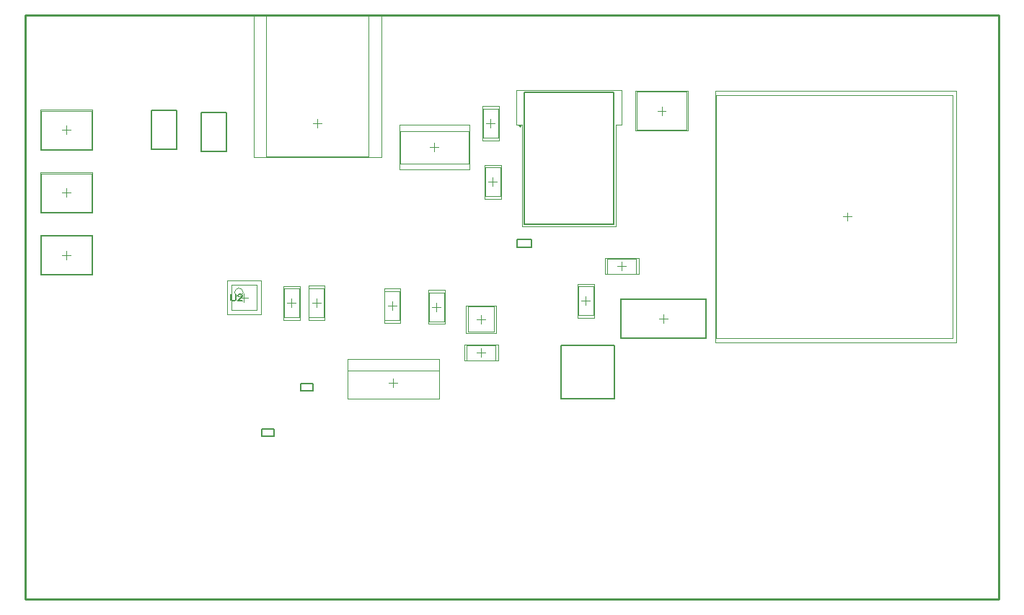
<source format=gm1>
G04*
G04 #@! TF.GenerationSoftware,Altium Limited,Altium Designer,21.0.9 (235)*
G04*
G04 Layer_Color=16711935*
%FSLAX25Y25*%
%MOIN*%
G70*
G04*
G04 #@! TF.SameCoordinates,D1A995C4-E234-4582-B38A-79D50AB79B9C*
G04*
G04*
G04 #@! TF.FilePolarity,Positive*
G04*
G01*
G75*
%ADD11C,0.00787*%
%ADD13C,0.00500*%
%ADD14C,0.01000*%
%ADD15C,0.00630*%
%ADD16C,0.00394*%
%ADD17C,0.00197*%
D11*
X487618Y332618D02*
Y357382D01*
X512382D01*
Y332618D02*
Y357382D01*
X487618Y332618D02*
X512382D01*
X349291Y318772D02*
X354803D01*
Y315228D02*
Y318772D01*
X349291Y315228D02*
X354803D01*
X349291D02*
Y318772D01*
X367244Y339772D02*
X372756D01*
Y336228D02*
Y339772D01*
X367244Y336228D02*
X372756D01*
X367244D02*
Y339772D01*
X467154Y402728D02*
Y406272D01*
Y402728D02*
X473846D01*
Y406272D01*
X467154D02*
X473846D01*
X321252Y446945D02*
X332748D01*
Y465055D01*
X321252D02*
X332748D01*
X321252Y446945D02*
Y465055D01*
X298252Y447945D02*
X309748D01*
Y466055D01*
X298252D02*
X309748D01*
X298252Y447945D02*
Y466055D01*
X468992Y458756D02*
G03*
X468992Y458756I-394J0D01*
G01*
D13*
X470567Y474504D02*
X511905D01*
Y413480D02*
Y474504D01*
X470567Y413480D02*
X511905D01*
X470567D02*
Y474504D01*
D14*
X240000Y510000D02*
X690000D01*
Y240000D02*
Y510000D01*
X240000Y240000D02*
X690000D01*
X240000D02*
Y510000D01*
X690000D01*
Y240000D02*
Y510000D01*
X240000Y240000D02*
X690000D01*
X240000D02*
Y510000D01*
D15*
X335000Y381074D02*
Y378450D01*
X335525Y377925D01*
X336574D01*
X337099Y378450D01*
Y381074D01*
X340248Y377925D02*
X338149D01*
X340248Y380024D01*
Y380549D01*
X339723Y381074D01*
X338673D01*
X338149Y380549D01*
X335000Y381074D02*
Y378450D01*
X335525Y377925D01*
X336574D01*
X337099Y378450D01*
Y381074D01*
X340248Y377925D02*
X338149D01*
X340248Y380024D01*
Y380549D01*
X339723Y381074D01*
X338673D01*
X338149Y380549D01*
D16*
X340606Y381862D02*
G03*
X340606Y381862I-1969J0D01*
G01*
X247386Y465858D02*
X270614D01*
X247386Y448142D02*
Y465858D01*
X270614Y448142D02*
Y465858D01*
X247386Y448142D02*
X270614D01*
X247386Y436858D02*
X270614D01*
X247386Y419142D02*
Y436858D01*
X270614Y419142D02*
Y436858D01*
X247386Y419142D02*
X270614D01*
X559130Y360596D02*
Y473195D01*
X668577Y360596D02*
Y473195D01*
X559130Y360596D02*
X668577D01*
X559130Y473195D02*
X668577D01*
X515323Y360976D02*
X554299D01*
X515323D02*
Y378693D01*
X554299Y360976D02*
Y378693D01*
X515323D02*
X554299D01*
X351299Y444783D02*
X398701D01*
Y509744D01*
X351299D02*
X398701D01*
X351299Y444783D02*
Y509744D01*
X444594Y363594D02*
Y375405D01*
X456405D01*
Y363594D02*
Y375405D01*
X444594Y363594D02*
X456405D01*
X444594Y375406D02*
X456406D01*
Y363594D02*
Y375406D01*
X444594Y363594D02*
X456406D01*
X444594D02*
Y375406D01*
X495457Y371307D02*
Y384693D01*
X502543Y371307D02*
Y384693D01*
X495457Y371307D02*
X502543D01*
X495457Y384693D02*
X502543D01*
X413252Y441520D02*
X444748D01*
X413252D02*
Y456480D01*
X444748D01*
Y441520D02*
Y456480D01*
X443992Y357543D02*
X457378D01*
X443992Y350457D02*
X457378D01*
X443992D02*
Y357543D01*
X457378Y350457D02*
Y357543D01*
X426457Y368492D02*
Y381878D01*
X433543Y368492D02*
Y381878D01*
X426457Y368492D02*
X433543D01*
X426457Y381878D02*
X433543D01*
X405957Y368992D02*
Y382378D01*
X413043Y368992D02*
Y382378D01*
X405957Y368992D02*
X413043D01*
X405957Y382378D02*
X413043D01*
X366543Y370260D02*
Y383646D01*
X359457Y370260D02*
Y383646D01*
X366543D01*
X359457Y370260D02*
X366543D01*
X378043Y370354D02*
Y383740D01*
X370957Y370354D02*
Y383740D01*
X378043D01*
X370957Y370354D02*
X378043D01*
X458543Y453354D02*
Y466740D01*
X451457Y453354D02*
Y466740D01*
X458543D01*
X451457Y453354D02*
X458543D01*
X508992Y390457D02*
X522378D01*
X508992Y397543D02*
X522378D01*
Y390457D02*
Y397543D01*
X508992Y390457D02*
Y397543D01*
X452457Y426307D02*
Y439693D01*
X459543Y426307D02*
Y439693D01*
X452457Y426307D02*
X459543D01*
X452457Y439693D02*
X459543D01*
X335094Y373594D02*
X346906D01*
X335094Y385406D02*
X346906D01*
Y373594D02*
Y385406D01*
X335094Y373594D02*
Y385406D01*
X388937Y345709D02*
X431063D01*
X388937Y332717D02*
X431063D01*
Y351220D01*
X388937Y332717D02*
Y351220D01*
X431063D01*
X247323Y390307D02*
X270551D01*
Y408024D01*
X247323Y390307D02*
Y408024D01*
X270551D01*
X522449Y474693D02*
X545677D01*
X522449Y456976D02*
Y474693D01*
X545677Y456976D02*
Y474693D01*
X522449Y456976D02*
X545677D01*
X259000Y455031D02*
Y458968D01*
X257031Y457000D02*
X260968D01*
X259000Y426031D02*
Y429968D01*
X257031Y428000D02*
X260968D01*
X617939Y416896D02*
X621876D01*
X619907Y414927D02*
Y418864D01*
X534811Y367866D02*
Y371803D01*
X532843Y369835D02*
X536780D01*
X375000Y458032D02*
Y461969D01*
X373031Y460000D02*
X376969D01*
X450500Y367532D02*
Y371469D01*
X448532Y369500D02*
X452469D01*
X497032Y378000D02*
X500969D01*
X499000Y376032D02*
Y379969D01*
X495260Y370126D02*
Y385874D01*
X502740Y370126D02*
Y385874D01*
X495260Y370126D02*
X502740D01*
X495260Y385874D02*
X502740D01*
X427032Y449000D02*
X430969D01*
X429000Y447032D02*
Y450969D01*
X450685Y352031D02*
Y355969D01*
X448717Y354000D02*
X452654D01*
X442811Y357740D02*
X458559D01*
X442811Y350260D02*
X458559D01*
X442811D02*
Y357740D01*
X458559Y350260D02*
Y357740D01*
X428032Y375185D02*
X431969D01*
X430000Y373217D02*
Y377154D01*
X426260Y367311D02*
Y383059D01*
X433740Y367311D02*
Y383059D01*
X426260Y367311D02*
X433740D01*
X426260Y383059D02*
X433740D01*
X407532Y375685D02*
X411469D01*
X409500Y373717D02*
Y377654D01*
X405760Y367811D02*
Y383559D01*
X413240Y367811D02*
Y383559D01*
X405760Y367811D02*
X413240D01*
X405760Y383559D02*
X413240D01*
X361032Y376953D02*
X364969D01*
X363000Y374984D02*
Y378921D01*
X366740Y369079D02*
Y384827D01*
X359260Y369079D02*
Y384827D01*
X366740D01*
X359260Y369079D02*
X366740D01*
X372532Y377047D02*
X376469D01*
X374500Y375079D02*
Y379016D01*
X378240Y369173D02*
Y384921D01*
X370760Y369173D02*
Y384921D01*
X378240D01*
X370760Y369173D02*
X378240D01*
X453032Y460047D02*
X456969D01*
X455000Y458079D02*
Y462016D01*
X458740Y452173D02*
Y467921D01*
X451260Y452173D02*
Y467921D01*
X458740D01*
X451260Y452173D02*
X458740D01*
X515685Y392032D02*
Y395969D01*
X513717Y394000D02*
X517654D01*
X507811Y390260D02*
X523559D01*
X507811Y397740D02*
X523559D01*
Y390260D02*
Y397740D01*
X507811Y390260D02*
Y397740D01*
X454032Y433000D02*
X457969D01*
X456000Y431032D02*
Y434969D01*
X452260Y425126D02*
Y440874D01*
X459740Y425126D02*
Y440874D01*
X452260Y425126D02*
X459740D01*
X452260Y440874D02*
X459740D01*
X341000Y377532D02*
Y381469D01*
X339032Y379500D02*
X342969D01*
X408031Y340000D02*
X411969D01*
X410000Y338031D02*
Y341968D01*
X256968Y399165D02*
X260905D01*
X258937Y397197D02*
Y401134D01*
X532094Y465835D02*
X536031D01*
X534063Y463866D02*
Y467803D01*
D17*
X246992Y466252D02*
X271008D01*
X246992Y447748D02*
Y466252D01*
X271008Y447748D02*
Y466252D01*
X246992Y447748D02*
X271008D01*
X246992Y437252D02*
X271008D01*
X246992Y418748D02*
Y437252D01*
X271008Y418748D02*
Y437252D01*
X246992Y418748D02*
X271008D01*
X558734Y358777D02*
Y474915D01*
Y358777D02*
X670153D01*
Y474915D01*
X558734D02*
X670153D01*
X514929Y360583D02*
X554693D01*
X514929D02*
Y379087D01*
X554693Y360583D02*
Y379087D01*
X514929D02*
X554693D01*
X345394Y444390D02*
Y510138D01*
X404606D01*
Y444390D02*
Y510138D01*
X345394Y444390D02*
X404606D01*
X443610Y375799D02*
X457390D01*
Y363201D02*
Y375799D01*
X443610Y363201D02*
X457390D01*
X443610D02*
Y375799D01*
X412858Y438567D02*
X445142D01*
X412858D02*
Y459433D01*
X445142D01*
Y438567D02*
Y459433D01*
X466827Y459543D02*
X469583D01*
X466827D02*
Y475488D01*
X515646D01*
Y459543D02*
Y475488D01*
X512890Y459543D02*
X515646D01*
X512890Y412496D02*
Y459543D01*
X469583Y412496D02*
X512890D01*
X469583D02*
Y459543D01*
X333126Y371626D02*
X348874D01*
X333126Y387374D02*
X348874D01*
Y371626D02*
Y387374D01*
X333126Y371626D02*
Y387374D01*
X246929Y389913D02*
X270945D01*
Y408417D01*
X246929Y389913D02*
Y408417D01*
X270945D01*
X522055Y475087D02*
X546071D01*
X522055Y456583D02*
Y475087D01*
X546071Y456583D02*
Y475087D01*
X522055Y456583D02*
X546071D01*
M02*

</source>
